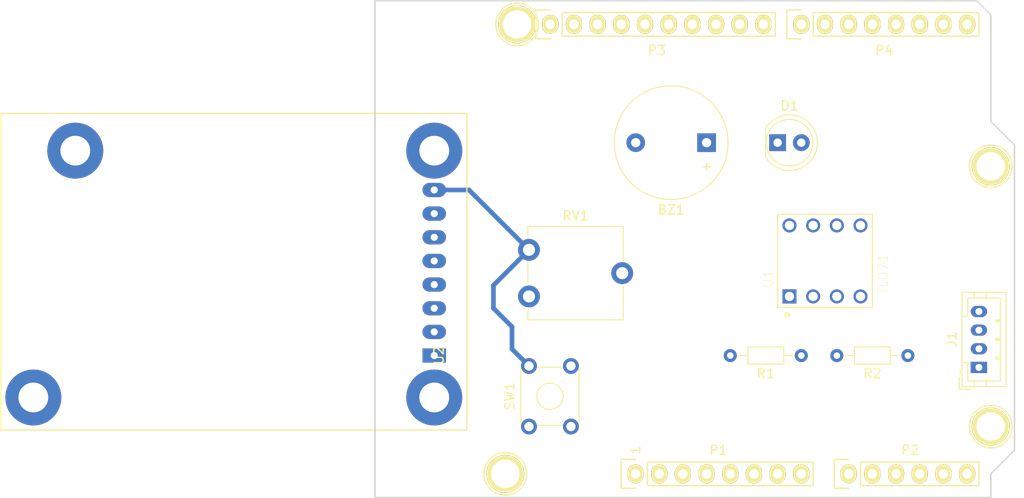
<source format=kicad_pcb>
(kicad_pcb (version 20171130) (host pcbnew "(5.0.0)")

  (general
    (thickness 1.6)
    (drawings 27)
    (tracks 7)
    (zones 0)
    (modules 17)
    (nets 49)
  )

  (page A4)
  (title_block
    (date "lun. 30 mars 2015")
  )

  (layers
    (0 F.Cu signal)
    (31 B.Cu signal)
    (32 B.Adhes user)
    (33 F.Adhes user)
    (34 B.Paste user)
    (35 F.Paste user)
    (36 B.SilkS user)
    (37 F.SilkS user)
    (38 B.Mask user)
    (39 F.Mask user)
    (40 Dwgs.User user)
    (41 Cmts.User user)
    (42 Eco1.User user)
    (43 Eco2.User user)
    (44 Edge.Cuts user)
    (45 Margin user)
    (46 B.CrtYd user)
    (47 F.CrtYd user)
    (48 B.Fab user)
    (49 F.Fab user)
  )

  (setup
    (last_trace_width 0.5)
    (trace_clearance 0.4)
    (zone_clearance 0.508)
    (zone_45_only no)
    (trace_min 0.2)
    (segment_width 0.15)
    (edge_width 0.15)
    (via_size 1.2)
    (via_drill 0.8)
    (via_min_size 0.4)
    (via_min_drill 0.3)
    (uvia_size 0.3)
    (uvia_drill 0.1)
    (uvias_allowed no)
    (uvia_min_size 0.2)
    (uvia_min_drill 0.1)
    (pcb_text_width 0.3)
    (pcb_text_size 1.5 1.5)
    (mod_edge_width 0.15)
    (mod_text_size 1 1)
    (mod_text_width 0.15)
    (pad_size 4.064 4.064)
    (pad_drill 3.048)
    (pad_to_mask_clearance 0)
    (solder_mask_min_width 0.25)
    (aux_axis_origin 110.998 126.365)
    (grid_origin 110.998 126.365)
    (visible_elements 7FFFFFFF)
    (pcbplotparams
      (layerselection 0x00030_80000001)
      (usegerberextensions false)
      (usegerberattributes false)
      (usegerberadvancedattributes false)
      (creategerberjobfile false)
      (excludeedgelayer true)
      (linewidth 0.100000)
      (plotframeref false)
      (viasonmask false)
      (mode 1)
      (useauxorigin false)
      (hpglpennumber 1)
      (hpglpenspeed 20)
      (hpglpendiameter 15.000000)
      (psnegative false)
      (psa4output false)
      (plotreference true)
      (plotvalue true)
      (plotinvisibletext false)
      (padsonsilk false)
      (subtractmaskfromsilk false)
      (outputformat 1)
      (mirror false)
      (drillshape 1)
      (scaleselection 1)
      (outputdirectory ""))
  )

  (net 0 "")
  (net 1 /IOREF)
  (net 2 /Reset)
  (net 3 +5V)
  (net 4 GND)
  (net 5 /Vin)
  (net 6 /A0)
  (net 7 /A1)
  (net 8 /A2)
  (net 9 /A3)
  (net 10 /AREF)
  (net 11 "/A4(SDA)")
  (net 12 "/A5(SCL)")
  (net 13 "/9(**)")
  (net 14 /8)
  (net 15 /7)
  (net 16 "/6(**)")
  (net 17 "/5(**)")
  (net 18 /4)
  (net 19 "/3(**)")
  (net 20 /2)
  (net 21 "/1(Tx)")
  (net 22 "/0(Rx)")
  (net 23 "Net-(P5-Pad1)")
  (net 24 "Net-(P6-Pad1)")
  (net 25 "Net-(P7-Pad1)")
  (net 26 "Net-(P8-Pad1)")
  (net 27 "/13(SCK)")
  (net 28 "/10(**/SS)")
  (net 29 "Net-(P1-Pad1)")
  (net 30 +3V3)
  (net 31 "/12(MISO)")
  (net 32 "/11(**/MOSI)")
  (net 33 /Tx)
  (net 34 /Rx)
  (net 35 /CTS)
  (net 36 /RTS)
  (net 37 /RST)
  (net 38 /3V3)
  (net 39 /NC)
  (net 40 "Net-(R1-Pad2)")
  (net 41 "Net-(RV1-Pad2)")
  (net 42 "Net-(U1-Pad1)")
  (net 43 "Net-(U1-Pad5)")
  (net 44 "Net-(U1-Pad8)")
  (net 45 "Net-(BZ1-Pad2)")
  (net 46 "Net-(SW1-Pad4)")
  (net 47 "Net-(SW1-Pad3)")
  (net 48 "Net-(U2-Pad7)")

  (net_class Default "This is the default net class."
    (clearance 0.4)
    (trace_width 0.5)
    (via_dia 1.2)
    (via_drill 0.8)
    (uvia_dia 0.3)
    (uvia_drill 0.1)
    (add_net +3V3)
    (add_net +5V)
    (add_net "/0(Rx)")
    (add_net "/1(Tx)")
    (add_net "/10(**/SS)")
    (add_net "/11(**/MOSI)")
    (add_net "/12(MISO)")
    (add_net "/13(SCK)")
    (add_net /2)
    (add_net "/3(**)")
    (add_net /3V3)
    (add_net /4)
    (add_net "/5(**)")
    (add_net "/6(**)")
    (add_net /7)
    (add_net /8)
    (add_net "/9(**)")
    (add_net /A0)
    (add_net /A1)
    (add_net /A2)
    (add_net /A3)
    (add_net "/A4(SDA)")
    (add_net "/A5(SCL)")
    (add_net /AREF)
    (add_net /CTS)
    (add_net /IOREF)
    (add_net /NC)
    (add_net /RST)
    (add_net /RTS)
    (add_net /Reset)
    (add_net /Rx)
    (add_net /Tx)
    (add_net /Vin)
    (add_net GND)
    (add_net "Net-(BZ1-Pad2)")
    (add_net "Net-(P1-Pad1)")
    (add_net "Net-(P5-Pad1)")
    (add_net "Net-(P6-Pad1)")
    (add_net "Net-(P7-Pad1)")
    (add_net "Net-(P8-Pad1)")
    (add_net "Net-(R1-Pad2)")
    (add_net "Net-(RV1-Pad2)")
    (add_net "Net-(SW1-Pad3)")
    (add_net "Net-(SW1-Pad4)")
    (add_net "Net-(U1-Pad1)")
    (add_net "Net-(U1-Pad5)")
    (add_net "Net-(U1-Pad8)")
    (add_net "Net-(U2-Pad7)")
  )

  (net_class INSA ""
    (clearance 0.4)
    (trace_width 0.5)
    (via_dia 1.2)
    (via_drill 0.8)
    (uvia_dia 0.3)
    (uvia_drill 0.1)
  )

  (module Potentiometer_THT:Potentiometer_ACP_CA9-V10_Vertical (layer F.Cu) (tedit 5A3D4994) (tstamp 5BDD4793)
    (at 127.508 104.775)
    (descr "Potentiometer, vertical, ACP CA9-V10, http://www.acptechnologies.com/wp-content/uploads/2017/05/02-ACP-CA9-CE9.pdf")
    (tags "Potentiometer vertical ACP CA9-V10")
    (path /5BC4BE51)
    (fp_text reference RV1 (at 5 -8.65) (layer F.SilkS)
      (effects (font (size 1 1) (thickness 0.15)))
    )
    (fp_text value 10k (at 5 3.65) (layer F.Fab)
      (effects (font (size 1 1) (thickness 0.15)))
    )
    (fp_circle (center 5 -2.5) (end 6.05 -2.5) (layer F.Fab) (width 0.1))
    (fp_line (start 0 -7.4) (end 0 2.4) (layer F.Fab) (width 0.1))
    (fp_line (start 0 2.4) (end 10 2.4) (layer F.Fab) (width 0.1))
    (fp_line (start 10 2.4) (end 10 -7.4) (layer F.Fab) (width 0.1))
    (fp_line (start 10 -7.4) (end 0 -7.4) (layer F.Fab) (width 0.1))
    (fp_line (start -0.12 -7.521) (end 10.12 -7.521) (layer F.SilkS) (width 0.12))
    (fp_line (start -0.12 2.52) (end 10.12 2.52) (layer F.SilkS) (width 0.12))
    (fp_line (start -0.12 -7.521) (end -0.12 -6.426) (layer F.SilkS) (width 0.12))
    (fp_line (start -0.12 -3.574) (end -0.12 -1.425) (layer F.SilkS) (width 0.12))
    (fp_line (start -0.12 1.425) (end -0.12 2.52) (layer F.SilkS) (width 0.12))
    (fp_line (start 10.12 -7.521) (end 10.12 -3.925) (layer F.SilkS) (width 0.12))
    (fp_line (start 10.12 -1.075) (end 10.12 2.52) (layer F.SilkS) (width 0.12))
    (fp_line (start -1.45 -7.65) (end -1.45 2.7) (layer F.CrtYd) (width 0.05))
    (fp_line (start -1.45 2.7) (end 11.45 2.7) (layer F.CrtYd) (width 0.05))
    (fp_line (start 11.45 2.7) (end 11.45 -7.65) (layer F.CrtYd) (width 0.05))
    (fp_line (start 11.45 -7.65) (end -1.45 -7.65) (layer F.CrtYd) (width 0.05))
    (fp_text user %R (at 1 -2.5 -270) (layer F.Fab)
      (effects (font (size 1 1) (thickness 0.15)))
    )
    (pad 3 thru_hole circle (at 0 -5) (size 2.34 2.34) (drill 1.3) (layers *.Cu *.Mask)
      (net 4 GND))
    (pad 2 thru_hole circle (at 10 -2.5) (size 2.34 2.34) (drill 1.3) (layers *.Cu *.Mask)
      (net 41 "Net-(RV1-Pad2)"))
    (pad 1 thru_hole circle (at 0 0) (size 2.34 2.34) (drill 1.3) (layers *.Cu *.Mask)
      (net 3 +5V))
    (model ${KISYS3DMOD}/Potentiometer_THT.3dshapes/Potentiometer_ACP_CA9-V10_Vertical.wrl
      (at (xyz 0 0 0))
      (scale (xyz 1 1 1))
      (rotate (xyz 0 0 0))
    )
  )

  (module Socket_Arduino_Uno:Socket_Strip_Arduino_1x08 locked (layer F.Cu) (tedit 552168D2) (tstamp 551AF9EA)
    (at 138.938 123.825)
    (descr "Through hole socket strip")
    (tags "socket strip")
    (path /56D70129)
    (fp_text reference P1 (at 8.89 -2.54) (layer F.SilkS)
      (effects (font (size 1 1) (thickness 0.15)))
    )
    (fp_text value Power (at 8.89 -4.064) (layer F.Fab)
      (effects (font (size 1 1) (thickness 0.15)))
    )
    (fp_line (start -1.75 -1.75) (end -1.75 1.75) (layer F.CrtYd) (width 0.05))
    (fp_line (start 19.55 -1.75) (end 19.55 1.75) (layer F.CrtYd) (width 0.05))
    (fp_line (start -1.75 -1.75) (end 19.55 -1.75) (layer F.CrtYd) (width 0.05))
    (fp_line (start -1.75 1.75) (end 19.55 1.75) (layer F.CrtYd) (width 0.05))
    (fp_line (start 1.27 1.27) (end 19.05 1.27) (layer F.SilkS) (width 0.15))
    (fp_line (start 19.05 1.27) (end 19.05 -1.27) (layer F.SilkS) (width 0.15))
    (fp_line (start 19.05 -1.27) (end 1.27 -1.27) (layer F.SilkS) (width 0.15))
    (fp_line (start -1.55 1.55) (end 0 1.55) (layer F.SilkS) (width 0.15))
    (fp_line (start 1.27 1.27) (end 1.27 -1.27) (layer F.SilkS) (width 0.15))
    (fp_line (start 0 -1.55) (end -1.55 -1.55) (layer F.SilkS) (width 0.15))
    (fp_line (start -1.55 -1.55) (end -1.55 1.55) (layer F.SilkS) (width 0.15))
    (pad 1 thru_hole oval (at 0 0) (size 1.7272 2.032) (drill 1.016) (layers *.Cu *.Mask F.SilkS)
      (net 29 "Net-(P1-Pad1)"))
    (pad 2 thru_hole oval (at 2.54 0) (size 1.7272 2.032) (drill 1.016) (layers *.Cu *.Mask F.SilkS)
      (net 1 /IOREF))
    (pad 3 thru_hole oval (at 5.08 0) (size 1.7272 2.032) (drill 1.016) (layers *.Cu *.Mask F.SilkS)
      (net 2 /Reset))
    (pad 4 thru_hole oval (at 7.62 0) (size 1.7272 2.032) (drill 1.016) (layers *.Cu *.Mask F.SilkS)
      (net 30 +3V3))
    (pad 5 thru_hole oval (at 10.16 0) (size 1.7272 2.032) (drill 1.016) (layers *.Cu *.Mask F.SilkS)
      (net 3 +5V))
    (pad 6 thru_hole oval (at 12.7 0) (size 1.7272 2.032) (drill 1.016) (layers *.Cu *.Mask F.SilkS)
      (net 4 GND))
    (pad 7 thru_hole oval (at 15.24 0) (size 1.7272 2.032) (drill 1.016) (layers *.Cu *.Mask F.SilkS)
      (net 4 GND))
    (pad 8 thru_hole oval (at 17.78 0) (size 1.7272 2.032) (drill 1.016) (layers *.Cu *.Mask F.SilkS)
      (net 5 /Vin))
    (model ${KIPRJMOD}/Socket_Arduino_Uno.3dshapes/Socket_header_Arduino_1x08.wrl
      (offset (xyz 8.889999866485596 0 0))
      (scale (xyz 1 1 1))
      (rotate (xyz 0 0 180))
    )
  )

  (module Socket_Arduino_Uno:Socket_Strip_Arduino_1x06 locked (layer F.Cu) (tedit 552168D6) (tstamp 551AF9FF)
    (at 161.798 123.825)
    (descr "Through hole socket strip")
    (tags "socket strip")
    (path /56D70DD8)
    (fp_text reference P2 (at 6.604 -2.54) (layer F.SilkS)
      (effects (font (size 1 1) (thickness 0.15)))
    )
    (fp_text value Analog (at 6.604 -4.064) (layer F.Fab)
      (effects (font (size 1 1) (thickness 0.15)))
    )
    (fp_line (start -1.75 -1.75) (end -1.75 1.75) (layer F.CrtYd) (width 0.05))
    (fp_line (start 14.45 -1.75) (end 14.45 1.75) (layer F.CrtYd) (width 0.05))
    (fp_line (start -1.75 -1.75) (end 14.45 -1.75) (layer F.CrtYd) (width 0.05))
    (fp_line (start -1.75 1.75) (end 14.45 1.75) (layer F.CrtYd) (width 0.05))
    (fp_line (start 1.27 1.27) (end 13.97 1.27) (layer F.SilkS) (width 0.15))
    (fp_line (start 13.97 1.27) (end 13.97 -1.27) (layer F.SilkS) (width 0.15))
    (fp_line (start 13.97 -1.27) (end 1.27 -1.27) (layer F.SilkS) (width 0.15))
    (fp_line (start -1.55 1.55) (end 0 1.55) (layer F.SilkS) (width 0.15))
    (fp_line (start 1.27 1.27) (end 1.27 -1.27) (layer F.SilkS) (width 0.15))
    (fp_line (start 0 -1.55) (end -1.55 -1.55) (layer F.SilkS) (width 0.15))
    (fp_line (start -1.55 -1.55) (end -1.55 1.55) (layer F.SilkS) (width 0.15))
    (pad 1 thru_hole oval (at 0 0) (size 1.7272 2.032) (drill 1.016) (layers *.Cu *.Mask F.SilkS)
      (net 6 /A0))
    (pad 2 thru_hole oval (at 2.54 0) (size 1.7272 2.032) (drill 1.016) (layers *.Cu *.Mask F.SilkS)
      (net 7 /A1))
    (pad 3 thru_hole oval (at 5.08 0) (size 1.7272 2.032) (drill 1.016) (layers *.Cu *.Mask F.SilkS)
      (net 8 /A2))
    (pad 4 thru_hole oval (at 7.62 0) (size 1.7272 2.032) (drill 1.016) (layers *.Cu *.Mask F.SilkS)
      (net 9 /A3))
    (pad 5 thru_hole oval (at 10.16 0) (size 1.7272 2.032) (drill 1.016) (layers *.Cu *.Mask F.SilkS)
      (net 11 "/A4(SDA)"))
    (pad 6 thru_hole oval (at 12.7 0) (size 1.7272 2.032) (drill 1.016) (layers *.Cu *.Mask F.SilkS)
      (net 12 "/A5(SCL)"))
    (model ${KIPRJMOD}/Socket_Arduino_Uno.3dshapes/Socket_header_Arduino_1x06.wrl
      (offset (xyz 6.349999904632568 0 0))
      (scale (xyz 1 1 1))
      (rotate (xyz 0 0 180))
    )
  )

  (module Socket_Arduino_Uno:Socket_Strip_Arduino_1x10 locked (layer F.Cu) (tedit 552168BF) (tstamp 551AFA18)
    (at 129.794 75.565)
    (descr "Through hole socket strip")
    (tags "socket strip")
    (path /56D721E0)
    (fp_text reference P3 (at 11.43 2.794) (layer F.SilkS)
      (effects (font (size 1 1) (thickness 0.15)))
    )
    (fp_text value Digital (at 11.43 4.318) (layer F.Fab)
      (effects (font (size 1 1) (thickness 0.15)))
    )
    (fp_line (start -1.75 -1.75) (end -1.75 1.75) (layer F.CrtYd) (width 0.05))
    (fp_line (start 24.65 -1.75) (end 24.65 1.75) (layer F.CrtYd) (width 0.05))
    (fp_line (start -1.75 -1.75) (end 24.65 -1.75) (layer F.CrtYd) (width 0.05))
    (fp_line (start -1.75 1.75) (end 24.65 1.75) (layer F.CrtYd) (width 0.05))
    (fp_line (start 1.27 1.27) (end 24.13 1.27) (layer F.SilkS) (width 0.15))
    (fp_line (start 24.13 1.27) (end 24.13 -1.27) (layer F.SilkS) (width 0.15))
    (fp_line (start 24.13 -1.27) (end 1.27 -1.27) (layer F.SilkS) (width 0.15))
    (fp_line (start -1.55 1.55) (end 0 1.55) (layer F.SilkS) (width 0.15))
    (fp_line (start 1.27 1.27) (end 1.27 -1.27) (layer F.SilkS) (width 0.15))
    (fp_line (start 0 -1.55) (end -1.55 -1.55) (layer F.SilkS) (width 0.15))
    (fp_line (start -1.55 -1.55) (end -1.55 1.55) (layer F.SilkS) (width 0.15))
    (pad 1 thru_hole oval (at 0 0) (size 1.7272 2.032) (drill 1.016) (layers *.Cu *.Mask F.SilkS)
      (net 12 "/A5(SCL)"))
    (pad 2 thru_hole oval (at 2.54 0) (size 1.7272 2.032) (drill 1.016) (layers *.Cu *.Mask F.SilkS)
      (net 11 "/A4(SDA)"))
    (pad 3 thru_hole oval (at 5.08 0) (size 1.7272 2.032) (drill 1.016) (layers *.Cu *.Mask F.SilkS)
      (net 10 /AREF))
    (pad 4 thru_hole oval (at 7.62 0) (size 1.7272 2.032) (drill 1.016) (layers *.Cu *.Mask F.SilkS)
      (net 4 GND))
    (pad 5 thru_hole oval (at 10.16 0) (size 1.7272 2.032) (drill 1.016) (layers *.Cu *.Mask F.SilkS)
      (net 27 "/13(SCK)"))
    (pad 6 thru_hole oval (at 12.7 0) (size 1.7272 2.032) (drill 1.016) (layers *.Cu *.Mask F.SilkS)
      (net 31 "/12(MISO)"))
    (pad 7 thru_hole oval (at 15.24 0) (size 1.7272 2.032) (drill 1.016) (layers *.Cu *.Mask F.SilkS)
      (net 32 "/11(**/MOSI)"))
    (pad 8 thru_hole oval (at 17.78 0) (size 1.7272 2.032) (drill 1.016) (layers *.Cu *.Mask F.SilkS)
      (net 28 "/10(**/SS)"))
    (pad 9 thru_hole oval (at 20.32 0) (size 1.7272 2.032) (drill 1.016) (layers *.Cu *.Mask F.SilkS)
      (net 13 "/9(**)"))
    (pad 10 thru_hole oval (at 22.86 0) (size 1.7272 2.032) (drill 1.016) (layers *.Cu *.Mask F.SilkS)
      (net 14 /8))
    (model ${KIPRJMOD}/Socket_Arduino_Uno.3dshapes/Socket_header_Arduino_1x10.wrl
      (offset (xyz 11.42999982833862 0 0))
      (scale (xyz 1 1 1))
      (rotate (xyz 0 0 180))
    )
  )

  (module Socket_Arduino_Uno:Socket_Strip_Arduino_1x08 locked (layer F.Cu) (tedit 552168C7) (tstamp 551AFA2F)
    (at 156.718 75.565)
    (descr "Through hole socket strip")
    (tags "socket strip")
    (path /56D7164F)
    (fp_text reference P4 (at 8.89 2.794) (layer F.SilkS)
      (effects (font (size 1 1) (thickness 0.15)))
    )
    (fp_text value Digital (at 8.89 4.318) (layer F.Fab)
      (effects (font (size 1 1) (thickness 0.15)))
    )
    (fp_line (start -1.75 -1.75) (end -1.75 1.75) (layer F.CrtYd) (width 0.05))
    (fp_line (start 19.55 -1.75) (end 19.55 1.75) (layer F.CrtYd) (width 0.05))
    (fp_line (start -1.75 -1.75) (end 19.55 -1.75) (layer F.CrtYd) (width 0.05))
    (fp_line (start -1.75 1.75) (end 19.55 1.75) (layer F.CrtYd) (width 0.05))
    (fp_line (start 1.27 1.27) (end 19.05 1.27) (layer F.SilkS) (width 0.15))
    (fp_line (start 19.05 1.27) (end 19.05 -1.27) (layer F.SilkS) (width 0.15))
    (fp_line (start 19.05 -1.27) (end 1.27 -1.27) (layer F.SilkS) (width 0.15))
    (fp_line (start -1.55 1.55) (end 0 1.55) (layer F.SilkS) (width 0.15))
    (fp_line (start 1.27 1.27) (end 1.27 -1.27) (layer F.SilkS) (width 0.15))
    (fp_line (start 0 -1.55) (end -1.55 -1.55) (layer F.SilkS) (width 0.15))
    (fp_line (start -1.55 -1.55) (end -1.55 1.55) (layer F.SilkS) (width 0.15))
    (pad 1 thru_hole oval (at 0 0) (size 1.7272 2.032) (drill 1.016) (layers *.Cu *.Mask F.SilkS)
      (net 15 /7))
    (pad 2 thru_hole oval (at 2.54 0) (size 1.7272 2.032) (drill 1.016) (layers *.Cu *.Mask F.SilkS)
      (net 16 "/6(**)"))
    (pad 3 thru_hole oval (at 5.08 0) (size 1.7272 2.032) (drill 1.016) (layers *.Cu *.Mask F.SilkS)
      (net 17 "/5(**)"))
    (pad 4 thru_hole oval (at 7.62 0) (size 1.7272 2.032) (drill 1.016) (layers *.Cu *.Mask F.SilkS)
      (net 18 /4))
    (pad 5 thru_hole oval (at 10.16 0) (size 1.7272 2.032) (drill 1.016) (layers *.Cu *.Mask F.SilkS)
      (net 19 "/3(**)"))
    (pad 6 thru_hole oval (at 12.7 0) (size 1.7272 2.032) (drill 1.016) (layers *.Cu *.Mask F.SilkS)
      (net 20 /2))
    (pad 7 thru_hole oval (at 15.24 0) (size 1.7272 2.032) (drill 1.016) (layers *.Cu *.Mask F.SilkS)
      (net 21 "/1(Tx)"))
    (pad 8 thru_hole oval (at 17.78 0) (size 1.7272 2.032) (drill 1.016) (layers *.Cu *.Mask F.SilkS)
      (net 22 "/0(Rx)"))
    (model ${KIPRJMOD}/Socket_Arduino_Uno.3dshapes/Socket_header_Arduino_1x08.wrl
      (offset (xyz 8.889999866485596 0 0))
      (scale (xyz 1 1 1))
      (rotate (xyz 0 0 180))
    )
  )

  (module Socket_Arduino_Uno:Arduino_1pin locked (layer F.Cu) (tedit 5524FC39) (tstamp 5524FC3F)
    (at 124.968 123.825)
    (descr "module 1 pin (ou trou mecanique de percage)")
    (tags DEV)
    (path /56D71177)
    (fp_text reference P5 (at 0 -3.048) (layer F.SilkS) hide
      (effects (font (size 1 1) (thickness 0.15)))
    )
    (fp_text value CONN_01X01 (at 0 2.794) (layer F.Fab) hide
      (effects (font (size 1 1) (thickness 0.15)))
    )
    (fp_circle (center 0 0) (end 0 -2.286) (layer F.SilkS) (width 0.15))
    (pad 1 thru_hole circle (at 0 0) (size 4.064 4.064) (drill 3.048) (layers *.Cu *.Mask F.SilkS)
      (net 23 "Net-(P5-Pad1)"))
  )

  (module Socket_Arduino_Uno:Arduino_1pin locked (layer F.Cu) (tedit 5524FC4A) (tstamp 5524FC44)
    (at 177.038 118.745)
    (descr "module 1 pin (ou trou mecanique de percage)")
    (tags DEV)
    (path /56D71274)
    (fp_text reference P6 (at 0 -3.048) (layer F.SilkS) hide
      (effects (font (size 1 1) (thickness 0.15)))
    )
    (fp_text value CONN_01X01 (at 0 2.794) (layer F.Fab) hide
      (effects (font (size 1 1) (thickness 0.15)))
    )
    (fp_circle (center 0 0) (end 0 -2.286) (layer F.SilkS) (width 0.15))
    (pad 1 thru_hole circle (at 0 0) (size 4.064 4.064) (drill 3.048) (layers *.Cu *.Mask F.SilkS)
      (net 24 "Net-(P6-Pad1)"))
  )

  (module Socket_Arduino_Uno:Arduino_1pin locked (layer F.Cu) (tedit 5524FC2F) (tstamp 5524FC49)
    (at 126.238 75.565)
    (descr "module 1 pin (ou trou mecanique de percage)")
    (tags DEV)
    (path /56D712A8)
    (fp_text reference P7 (at 0 -3.048) (layer F.SilkS) hide
      (effects (font (size 1 1) (thickness 0.15)))
    )
    (fp_text value CONN_01X01 (at 0 2.794) (layer F.Fab) hide
      (effects (font (size 1 1) (thickness 0.15)))
    )
    (fp_circle (center 0 0) (end 0 -2.286) (layer F.SilkS) (width 0.15))
    (pad 1 thru_hole circle (at 0 0) (size 4.064 4.064) (drill 3.048) (layers *.Cu *.Mask F.SilkS)
      (net 25 "Net-(P7-Pad1)"))
  )

  (module Socket_Arduino_Uno:Arduino_1pin locked (layer F.Cu) (tedit 5524FC41) (tstamp 5524FC4E)
    (at 177.038 90.805)
    (descr "module 1 pin (ou trou mecanique de percage)")
    (tags DEV)
    (path /56D712DB)
    (fp_text reference P8 (at 0 -3.048) (layer F.SilkS) hide
      (effects (font (size 1 1) (thickness 0.15)))
    )
    (fp_text value CONN_01X01 (at 0 2.794) (layer F.Fab) hide
      (effects (font (size 1 1) (thickness 0.15)))
    )
    (fp_circle (center 0 0) (end 0 -2.286) (layer F.SilkS) (width 0.15))
    (pad 1 thru_hole circle (at 0 0) (size 4.064 4.064) (drill 3.048) (layers *.Cu *.Mask F.SilkS)
      (net 26 "Net-(P8-Pad1)"))
  )

  (module Resistor_THT:R_Axial_DIN0204_L3.6mm_D1.6mm_P7.62mm_Horizontal (layer F.Cu) (tedit 5AE5139B) (tstamp 5BDD4764)
    (at 156.718 111.125 180)
    (descr "Resistor, Axial_DIN0204 series, Axial, Horizontal, pin pitch=7.62mm, 0.167W, length*diameter=3.6*1.6mm^2, http://cdn-reichelt.de/documents/datenblatt/B400/1_4W%23YAG.pdf")
    (tags "Resistor Axial_DIN0204 series Axial Horizontal pin pitch 7.62mm 0.167W length 3.6mm diameter 1.6mm")
    (path /5BC4B9DB)
    (fp_text reference R1 (at 3.81 -1.92 180) (layer F.SilkS)
      (effects (font (size 1 1) (thickness 0.15)))
    )
    (fp_text value 4.7k (at 3.81 1.92 180) (layer F.Fab)
      (effects (font (size 1 1) (thickness 0.15)))
    )
    (fp_line (start 2.01 -0.8) (end 2.01 0.8) (layer F.Fab) (width 0.1))
    (fp_line (start 2.01 0.8) (end 5.61 0.8) (layer F.Fab) (width 0.1))
    (fp_line (start 5.61 0.8) (end 5.61 -0.8) (layer F.Fab) (width 0.1))
    (fp_line (start 5.61 -0.8) (end 2.01 -0.8) (layer F.Fab) (width 0.1))
    (fp_line (start 0 0) (end 2.01 0) (layer F.Fab) (width 0.1))
    (fp_line (start 7.62 0) (end 5.61 0) (layer F.Fab) (width 0.1))
    (fp_line (start 1.89 -0.92) (end 1.89 0.92) (layer F.SilkS) (width 0.12))
    (fp_line (start 1.89 0.92) (end 5.73 0.92) (layer F.SilkS) (width 0.12))
    (fp_line (start 5.73 0.92) (end 5.73 -0.92) (layer F.SilkS) (width 0.12))
    (fp_line (start 5.73 -0.92) (end 1.89 -0.92) (layer F.SilkS) (width 0.12))
    (fp_line (start 0.94 0) (end 1.89 0) (layer F.SilkS) (width 0.12))
    (fp_line (start 6.68 0) (end 5.73 0) (layer F.SilkS) (width 0.12))
    (fp_line (start -0.95 -1.05) (end -0.95 1.05) (layer F.CrtYd) (width 0.05))
    (fp_line (start -0.95 1.05) (end 8.57 1.05) (layer F.CrtYd) (width 0.05))
    (fp_line (start 8.57 1.05) (end 8.57 -1.05) (layer F.CrtYd) (width 0.05))
    (fp_line (start 8.57 -1.05) (end -0.95 -1.05) (layer F.CrtYd) (width 0.05))
    (fp_text user %R (at 3.81 0 180) (layer F.Fab)
      (effects (font (size 0.72 0.72) (thickness 0.108)))
    )
    (pad 1 thru_hole circle (at 0 0 180) (size 1.4 1.4) (drill 0.7) (layers *.Cu *.Mask)
      (net 6 /A0))
    (pad 2 thru_hole oval (at 7.62 0 180) (size 1.4 1.4) (drill 0.7) (layers *.Cu *.Mask)
      (net 40 "Net-(R1-Pad2)"))
    (model ${KISYS3DMOD}/Resistor_THT.3dshapes/R_Axial_DIN0204_L3.6mm_D1.6mm_P7.62mm_Horizontal.wrl
      (at (xyz 0 0 0))
      (scale (xyz 1 1 1))
      (rotate (xyz 0 0 0))
    )
  )

  (module Resistor_THT:R_Axial_DIN0204_L3.6mm_D1.6mm_P7.62mm_Horizontal (layer F.Cu) (tedit 5AE5139B) (tstamp 5BDD477B)
    (at 168.148 111.125 180)
    (descr "Resistor, Axial_DIN0204 series, Axial, Horizontal, pin pitch=7.62mm, 0.167W, length*diameter=3.6*1.6mm^2, http://cdn-reichelt.de/documents/datenblatt/B400/1_4W%23YAG.pdf")
    (tags "Resistor Axial_DIN0204 series Axial Horizontal pin pitch 7.62mm 0.167W length 3.6mm diameter 1.6mm")
    (path /5BC4BB18)
    (fp_text reference R2 (at 3.81 -1.92 180) (layer F.SilkS)
      (effects (font (size 1 1) (thickness 0.15)))
    )
    (fp_text value 100k (at 3.81 1.92 180) (layer F.Fab)
      (effects (font (size 1 1) (thickness 0.15)))
    )
    (fp_text user %R (at 3.81 0 180) (layer F.Fab)
      (effects (font (size 0.72 0.72) (thickness 0.108)))
    )
    (fp_line (start 8.57 -1.05) (end -0.95 -1.05) (layer F.CrtYd) (width 0.05))
    (fp_line (start 8.57 1.05) (end 8.57 -1.05) (layer F.CrtYd) (width 0.05))
    (fp_line (start -0.95 1.05) (end 8.57 1.05) (layer F.CrtYd) (width 0.05))
    (fp_line (start -0.95 -1.05) (end -0.95 1.05) (layer F.CrtYd) (width 0.05))
    (fp_line (start 6.68 0) (end 5.73 0) (layer F.SilkS) (width 0.12))
    (fp_line (start 0.94 0) (end 1.89 0) (layer F.SilkS) (width 0.12))
    (fp_line (start 5.73 -0.92) (end 1.89 -0.92) (layer F.SilkS) (width 0.12))
    (fp_line (start 5.73 0.92) (end 5.73 -0.92) (layer F.SilkS) (width 0.12))
    (fp_line (start 1.89 0.92) (end 5.73 0.92) (layer F.SilkS) (width 0.12))
    (fp_line (start 1.89 -0.92) (end 1.89 0.92) (layer F.SilkS) (width 0.12))
    (fp_line (start 7.62 0) (end 5.61 0) (layer F.Fab) (width 0.1))
    (fp_line (start 0 0) (end 2.01 0) (layer F.Fab) (width 0.1))
    (fp_line (start 5.61 -0.8) (end 2.01 -0.8) (layer F.Fab) (width 0.1))
    (fp_line (start 5.61 0.8) (end 5.61 -0.8) (layer F.Fab) (width 0.1))
    (fp_line (start 2.01 0.8) (end 5.61 0.8) (layer F.Fab) (width 0.1))
    (fp_line (start 2.01 -0.8) (end 2.01 0.8) (layer F.Fab) (width 0.1))
    (pad 2 thru_hole oval (at 7.62 0 180) (size 1.4 1.4) (drill 0.7) (layers *.Cu *.Mask)
      (net 40 "Net-(R1-Pad2)"))
    (pad 1 thru_hole circle (at 0 0 180) (size 1.4 1.4) (drill 0.7) (layers *.Cu *.Mask)
      (net 20 /2))
    (model ${KISYS3DMOD}/Resistor_THT.3dshapes/R_Axial_DIN0204_L3.6mm_D1.6mm_P7.62mm_Horizontal.wrl
      (at (xyz 0 0 0))
      (scale (xyz 1 1 1))
      (rotate (xyz 0 0 0))
    )
  )

  (module Connector_DIP_Female:TE_1-2199298-2 (layer F.Cu) (tedit 0) (tstamp 5BDD47AD)
    (at 159.258 100.965 90)
    (path /5BC4BBF9)
    (fp_text reference U1 (at -1.91073 -6.08734 90) (layer F.SilkS)
      (effects (font (size 1.00039 1.00039) (thickness 0.05)))
    )
    (fp_text value TL071 (at -1.42698 6.22358 90) (layer F.SilkS)
      (effects (font (size 1.00138 1.00138) (thickness 0.05)))
    )
    (fp_line (start -5 -5.08) (end 5 -5.08) (layer F.SilkS) (width 0.127))
    (fp_line (start 5 -5.08) (end 5 5.08) (layer F.SilkS) (width 0.127))
    (fp_line (start 5 5.08) (end -5 5.08) (layer F.SilkS) (width 0.127))
    (fp_line (start -5 5.08) (end -5 -5.08) (layer F.SilkS) (width 0.127))
    (fp_line (start -5.25 -5.33) (end 5.25 -5.33) (layer Eco1.User) (width 0.05))
    (fp_line (start 5.25 -5.33) (end 5.25 5.33) (layer Eco1.User) (width 0.05))
    (fp_line (start 5.25 5.33) (end -5.25 5.33) (layer Eco1.User) (width 0.05))
    (fp_line (start -5.25 5.33) (end -5.25 -5.33) (layer Eco1.User) (width 0.05))
    (fp_circle (center -5.8 -4.05) (end -5.6 -4.05) (layer F.SilkS) (width 0.2032))
    (fp_line (start -5 -5.08) (end 5 -5.08) (layer Dwgs.User) (width 0.127))
    (fp_line (start 5 -5.08) (end 5 5.08) (layer Dwgs.User) (width 0.127))
    (fp_line (start 5 5.08) (end -5 5.08) (layer Dwgs.User) (width 0.127))
    (fp_line (start -5 5.08) (end -5 -5.08) (layer Dwgs.User) (width 0.127))
    (fp_circle (center -5.8 -4.05) (end -5.6 -4.05) (layer Dwgs.User) (width 0.2032))
    (pad 1 thru_hole rect (at -3.81 -3.81 90) (size 1.508 1.508) (drill 1) (layers *.Cu *.Mask)
      (net 42 "Net-(U1-Pad1)"))
    (pad 2 thru_hole circle (at -3.81 -1.27 90) (size 1.508 1.508) (drill 1) (layers *.Cu *.Mask)
      (net 41 "Net-(RV1-Pad2)"))
    (pad 3 thru_hole circle (at -3.81 1.27 90) (size 1.508 1.508) (drill 1) (layers *.Cu *.Mask)
      (net 40 "Net-(R1-Pad2)"))
    (pad 4 thru_hole circle (at -3.81 3.81 90) (size 1.508 1.508) (drill 1) (layers *.Cu *.Mask)
      (net 4 GND))
    (pad 5 thru_hole circle (at 3.81 3.81 90) (size 1.508 1.508) (drill 1) (layers *.Cu *.Mask)
      (net 43 "Net-(U1-Pad5)"))
    (pad 6 thru_hole circle (at 3.81 1.27 90) (size 1.508 1.508) (drill 1) (layers *.Cu *.Mask)
      (net 20 /2))
    (pad 7 thru_hole circle (at 3.81 -1.27 90) (size 1.508 1.508) (drill 1) (layers *.Cu *.Mask)
      (net 3 +5V))
    (pad 8 thru_hole circle (at 3.81 -3.81 90) (size 1.508 1.508) (drill 1) (layers *.Cu *.Mask)
      (net 44 "Net-(U1-Pad8)"))
  )

  (module Buzzer_Beeper:Buzzer_12x9.5RM7.6 (layer F.Cu) (tedit 5A030281) (tstamp 5BE5EC28)
    (at 146.558 88.265 180)
    (descr "Generic Buzzer, D12mm height 9.5mm with RM7.6mm")
    (tags buzzer)
    (path /5BCE0094)
    (fp_text reference BZ1 (at 3.8 -7.2 180) (layer F.SilkS)
      (effects (font (size 1 1) (thickness 0.15)))
    )
    (fp_text value Buzzer (at 3.8 7.4 180) (layer F.Fab)
      (effects (font (size 1 1) (thickness 0.15)))
    )
    (fp_text user + (at -0.01 -2.54 180) (layer F.Fab)
      (effects (font (size 1 1) (thickness 0.15)))
    )
    (fp_text user + (at -0.01 -2.54 180) (layer F.SilkS)
      (effects (font (size 1 1) (thickness 0.15)))
    )
    (fp_text user %R (at 3.8 -4 180) (layer F.Fab)
      (effects (font (size 1 1) (thickness 0.15)))
    )
    (fp_circle (center 3.8 0) (end 10.05 0) (layer F.CrtYd) (width 0.05))
    (fp_circle (center 3.8 0) (end 9.8 0) (layer F.Fab) (width 0.1))
    (fp_circle (center 3.8 0) (end 4.8 0) (layer F.Fab) (width 0.1))
    (fp_circle (center 3.8 0) (end 9.9 0) (layer F.SilkS) (width 0.12))
    (pad 1 thru_hole rect (at 0 0 180) (size 2 2) (drill 1) (layers *.Cu *.Mask)
      (net 13 "/9(**)"))
    (pad 2 thru_hole circle (at 7.6 0 180) (size 2 2) (drill 1) (layers *.Cu *.Mask)
      (net 45 "Net-(BZ1-Pad2)"))
    (model ${KISYS3DMOD}/Buzzer_Beeper.3dshapes/Buzzer_12x9.5RM7.6.wrl
      (at (xyz 0 0 0))
      (scale (xyz 1 1 1))
      (rotate (xyz 0 0 0))
    )
  )

  (module LED_THT:LED_D5.0mm_IRGrey (layer F.Cu) (tedit 5A6C9BB8) (tstamp 5BE5EC3A)
    (at 154.178 88.265)
    (descr "LED, diameter 5.0mm, 2 pins, http://cdn-reichelt.de/documents/datenblatt/A500/LL-504BC2E-009.pdf")
    (tags "LED diameter 5.0mm 2 pins")
    (path /5BCE0248)
    (fp_text reference D1 (at 1.27 -3.96) (layer F.SilkS)
      (effects (font (size 1 1) (thickness 0.15)))
    )
    (fp_text value LED (at 1.27 3.96) (layer F.Fab)
      (effects (font (size 1 1) (thickness 0.15)))
    )
    (fp_text user %R (at 1.25 0) (layer F.Fab)
      (effects (font (size 0.8 0.8) (thickness 0.2)))
    )
    (fp_line (start -1.23 -1.469694) (end -1.23 1.469694) (layer F.Fab) (width 0.1))
    (fp_line (start -1.29 -1.545) (end -1.29 1.545) (layer F.SilkS) (width 0.12))
    (fp_line (start -1.95 -3.25) (end -1.95 3.25) (layer F.CrtYd) (width 0.05))
    (fp_line (start -1.95 3.25) (end 4.5 3.25) (layer F.CrtYd) (width 0.05))
    (fp_line (start 4.5 3.25) (end 4.5 -3.25) (layer F.CrtYd) (width 0.05))
    (fp_line (start 4.5 -3.25) (end -1.95 -3.25) (layer F.CrtYd) (width 0.05))
    (fp_circle (center 1.27 0) (end 3.77 0) (layer F.Fab) (width 0.1))
    (fp_circle (center 1.27 0) (end 3.77 0) (layer F.SilkS) (width 0.12))
    (fp_arc (start 1.27 0) (end -1.23 -1.469694) (angle 299.1) (layer F.Fab) (width 0.1))
    (fp_arc (start 1.27 0) (end -1.29 -1.54483) (angle 148.9) (layer F.SilkS) (width 0.12))
    (fp_arc (start 1.27 0) (end -1.29 1.54483) (angle -148.9) (layer F.SilkS) (width 0.12))
    (pad 1 thru_hole rect (at 0 0) (size 1.8 1.8) (drill 0.9) (layers *.Cu *.Mask)
      (net 4 GND))
    (pad 2 thru_hole circle (at 2.54 0) (size 1.8 1.8) (drill 0.9) (layers *.Cu *.Mask)
      (net 45 "Net-(BZ1-Pad2)"))
    (model ${KISYS3DMOD}/LED_THT.3dshapes/LED_D5.0mm_IRGrey.wrl
      (at (xyz 0 0 0))
      (scale (xyz 1 1 1))
      (rotate (xyz 0 0 0))
    )
  )

  (module Module_RN2483_Breakout:Module_RN2483_Breakout (layer F.Cu) (tedit 5BD9B77D) (tstamp 5BF1FD26)
    (at 117.348 111.125 90)
    (path /5BD9E979)
    (fp_text reference U2 (at 0 0.5 90) (layer F.SilkS)
      (effects (font (size 1 1) (thickness 0.15)))
    )
    (fp_text value RN2483_Breakout (at 0 -0.5 90) (layer F.Fab)
      (effects (font (size 1 1) (thickness 0.15)))
    )
    (fp_line (start -8 3.5) (end 26 3.5) (layer F.SilkS) (width 0.15))
    (fp_line (start 26 3.5) (end 26 -46.5) (layer F.SilkS) (width 0.15))
    (fp_line (start 26 -46.5) (end -8 -46.5) (layer F.SilkS) (width 0.15))
    (fp_line (start -8 -46.5) (end -8 3.5) (layer F.SilkS) (width 0.15))
    (pad 1 thru_hole rect (at 0 0 90) (size 1.524 2.524) (drill 0.762) (layers *.Cu *.Mask)
      (net 33 /Tx))
    (pad 2 thru_hole oval (at 2.54 0 90) (size 1.524 2.524) (drill 0.762) (layers *.Cu *.Mask)
      (net 34 /Rx))
    (pad 3 thru_hole oval (at 5.08 0 90) (size 1.524 2.524) (drill 0.762) (layers *.Cu *.Mask)
      (net 35 /CTS))
    (pad 4 thru_hole oval (at 7.62 0 90) (size 1.524 2.524) (drill 0.762) (layers *.Cu *.Mask)
      (net 36 /RTS))
    (pad 5 thru_hole oval (at 10.16 0 90) (size 1.524 2.524) (drill 0.762) (layers *.Cu *.Mask)
      (net 37 /RST))
    (pad 6 thru_hole oval (at 12.7 0 90) (size 1.524 2.524) (drill 0.762) (layers *.Cu *.Mask)
      (net 38 /3V3))
    (pad 7 thru_hole oval (at 15.24 0 90) (size 1.524 2.524) (drill 0.762) (layers *.Cu *.Mask)
      (net 48 "Net-(U2-Pad7)"))
    (pad 8 thru_hole oval (at 17.78 0 90) (size 1.524 2.524) (drill 0.762) (layers *.Cu *.Mask)
      (net 4 GND))
    (pad "" np_thru_hole circle (at 22 0 90) (size 6 6) (drill 3.2) (layers *.Cu *.Mask))
    (pad "" np_thru_hole circle (at -4.5 -43 90) (size 6 6) (drill 3.2) (layers *.Cu *.Mask))
    (pad "" np_thru_hole circle (at 22 -38.5 90) (size 6 6) (drill 3.2) (layers *.Cu *.Mask))
    (pad "" np_thru_hole circle (at -4.5 0 90) (size 6 6) (drill 3.2) (layers *.Cu *.Mask))
  )

  (module Button_Switch_THT:SW_TH_Tactile_Omron_B3F-10xx (layer F.Cu) (tedit 5A02FE31) (tstamp 5C1E1850)
    (at 127.508 118.745 90)
    (descr SW_TH_Tactile_Omron_B3F-10xx_https://www.omron.com/ecb/products/pdf/en-b3f.pdf)
    (tags "Omron B3F-10xx")
    (path /5BDA4B30)
    (fp_text reference SW1 (at 3.25 -2.05 90) (layer F.SilkS)
      (effects (font (size 1 1) (thickness 0.15)))
    )
    (fp_text value SW_Push_Dual (at 3.2 6.5 90) (layer F.Fab)
      (effects (font (size 1 1) (thickness 0.15)))
    )
    (fp_line (start 0.25 -0.75) (end 0.25 5.25) (layer F.Fab) (width 0.1))
    (fp_line (start 6.25 -0.75) (end 6.25 5.25) (layer F.Fab) (width 0.1))
    (fp_line (start 0.25 -0.75) (end 6.25 -0.75) (layer F.Fab) (width 0.1))
    (fp_text user %R (at 3.25 2.25 90) (layer F.Fab)
      (effects (font (size 1 1) (thickness 0.15)))
    )
    (fp_line (start 7.65 -1.15) (end -1.1 -1.15) (layer F.CrtYd) (width 0.05))
    (fp_line (start 7.6 5.6) (end 7.6 -1.1) (layer F.CrtYd) (width 0.05))
    (fp_line (start -1.1 5.6) (end 7.6 5.6) (layer F.CrtYd) (width 0.05))
    (fp_line (start -1.1 -1.15) (end -1.1 5.6) (layer F.CrtYd) (width 0.05))
    (fp_circle (center 3.25 2.25) (end 4.25 3.25) (layer F.SilkS) (width 0.12))
    (fp_line (start 0.28 5.37) (end 6.22 5.37) (layer F.SilkS) (width 0.12))
    (fp_line (start 0.28 -0.87) (end 6.22 -0.87) (layer F.SilkS) (width 0.12))
    (fp_line (start 0.13 3.59) (end 0.13 0.91) (layer F.SilkS) (width 0.12))
    (fp_line (start 6.37 0.91) (end 6.37 3.59) (layer F.SilkS) (width 0.12))
    (fp_line (start 0.25 5.25) (end 6.25 5.25) (layer F.Fab) (width 0.1))
    (pad 4 thru_hole circle (at 6.5 4.5 90) (size 1.7 1.7) (drill 1) (layers *.Cu *.Mask)
      (net 46 "Net-(SW1-Pad4)"))
    (pad 3 thru_hole circle (at 0 4.5 90) (size 1.7 1.7) (drill 1) (layers *.Cu *.Mask)
      (net 47 "Net-(SW1-Pad3)"))
    (pad 2 thru_hole circle (at 6.5 0 90) (size 1.7 1.7) (drill 1) (layers *.Cu *.Mask)
      (net 4 GND))
    (pad 1 thru_hole circle (at 0 0 90) (size 1.7 1.7) (drill 1) (layers *.Cu *.Mask)
      (net 2 /Reset))
    (model ${KISYS3DMOD}/Button_Switch_THT.3dshapes/SW_TH_Tactile_Omron_B3F-10xx.wrl
      (at (xyz 0 0 0))
      (scale (xyz 1 1 1))
      (rotate (xyz 0 0 0))
    )
  )

  (module Connector_JST:JST_PH_B4B-PH-K_1x04_P2.00mm_Vertical (layer F.Cu) (tedit 5A0E414C) (tstamp 5C2A42E3)
    (at 175.768 112.395 90)
    (descr "JST PH series connector, B4B-PH-K (http://www.jst-mfg.com/product/pdf/eng/ePH.pdf), generated with kicad-footprint-generator")
    (tags "connector JST PH side entry")
    (path /5BDAAC5A)
    (fp_text reference J1 (at 3 -2.9 90) (layer F.SilkS)
      (effects (font (size 1 1) (thickness 0.15)))
    )
    (fp_text value Conn_01x04 (at 3 4 90) (layer F.Fab)
      (effects (font (size 1 1) (thickness 0.15)))
    )
    (fp_line (start -2.06 -1.81) (end -2.06 2.91) (layer F.SilkS) (width 0.12))
    (fp_line (start -2.06 2.91) (end 8.06 2.91) (layer F.SilkS) (width 0.12))
    (fp_line (start 8.06 2.91) (end 8.06 -1.81) (layer F.SilkS) (width 0.12))
    (fp_line (start 8.06 -1.81) (end -2.06 -1.81) (layer F.SilkS) (width 0.12))
    (fp_line (start -0.3 -1.81) (end -0.3 -2.01) (layer F.SilkS) (width 0.12))
    (fp_line (start -0.3 -2.01) (end -0.6 -2.01) (layer F.SilkS) (width 0.12))
    (fp_line (start -0.6 -2.01) (end -0.6 -1.81) (layer F.SilkS) (width 0.12))
    (fp_line (start -0.3 -1.91) (end -0.6 -1.91) (layer F.SilkS) (width 0.12))
    (fp_line (start 0.5 -1.81) (end 0.5 -1.2) (layer F.SilkS) (width 0.12))
    (fp_line (start 0.5 -1.2) (end -1.45 -1.2) (layer F.SilkS) (width 0.12))
    (fp_line (start -1.45 -1.2) (end -1.45 2.3) (layer F.SilkS) (width 0.12))
    (fp_line (start -1.45 2.3) (end 7.45 2.3) (layer F.SilkS) (width 0.12))
    (fp_line (start 7.45 2.3) (end 7.45 -1.2) (layer F.SilkS) (width 0.12))
    (fp_line (start 7.45 -1.2) (end 5.5 -1.2) (layer F.SilkS) (width 0.12))
    (fp_line (start 5.5 -1.2) (end 5.5 -1.81) (layer F.SilkS) (width 0.12))
    (fp_line (start -2.06 -0.5) (end -1.45 -0.5) (layer F.SilkS) (width 0.12))
    (fp_line (start -2.06 0.8) (end -1.45 0.8) (layer F.SilkS) (width 0.12))
    (fp_line (start 8.06 -0.5) (end 7.45 -0.5) (layer F.SilkS) (width 0.12))
    (fp_line (start 8.06 0.8) (end 7.45 0.8) (layer F.SilkS) (width 0.12))
    (fp_line (start 0.9 2.3) (end 0.9 1.8) (layer F.SilkS) (width 0.12))
    (fp_line (start 0.9 1.8) (end 1.1 1.8) (layer F.SilkS) (width 0.12))
    (fp_line (start 1.1 1.8) (end 1.1 2.3) (layer F.SilkS) (width 0.12))
    (fp_line (start 1 2.3) (end 1 1.8) (layer F.SilkS) (width 0.12))
    (fp_line (start 2.9 2.3) (end 2.9 1.8) (layer F.SilkS) (width 0.12))
    (fp_line (start 2.9 1.8) (end 3.1 1.8) (layer F.SilkS) (width 0.12))
    (fp_line (start 3.1 1.8) (end 3.1 2.3) (layer F.SilkS) (width 0.12))
    (fp_line (start 3 2.3) (end 3 1.8) (layer F.SilkS) (width 0.12))
    (fp_line (start 4.9 2.3) (end 4.9 1.8) (layer F.SilkS) (width 0.12))
    (fp_line (start 4.9 1.8) (end 5.1 1.8) (layer F.SilkS) (width 0.12))
    (fp_line (start 5.1 1.8) (end 5.1 2.3) (layer F.SilkS) (width 0.12))
    (fp_line (start 5 2.3) (end 5 1.8) (layer F.SilkS) (width 0.12))
    (fp_line (start -1.11 -2.11) (end -2.36 -2.11) (layer F.SilkS) (width 0.12))
    (fp_line (start -2.36 -2.11) (end -2.36 -0.86) (layer F.SilkS) (width 0.12))
    (fp_line (start -1.11 -2.11) (end -2.36 -2.11) (layer F.Fab) (width 0.1))
    (fp_line (start -2.36 -2.11) (end -2.36 -0.86) (layer F.Fab) (width 0.1))
    (fp_line (start -1.95 -1.7) (end -1.95 2.8) (layer F.Fab) (width 0.1))
    (fp_line (start -1.95 2.8) (end 7.95 2.8) (layer F.Fab) (width 0.1))
    (fp_line (start 7.95 2.8) (end 7.95 -1.7) (layer F.Fab) (width 0.1))
    (fp_line (start 7.95 -1.7) (end -1.95 -1.7) (layer F.Fab) (width 0.1))
    (fp_line (start -2.45 -2.2) (end -2.45 3.3) (layer F.CrtYd) (width 0.05))
    (fp_line (start -2.45 3.3) (end 8.45 3.3) (layer F.CrtYd) (width 0.05))
    (fp_line (start 8.45 3.3) (end 8.45 -2.2) (layer F.CrtYd) (width 0.05))
    (fp_line (start 8.45 -2.2) (end -2.45 -2.2) (layer F.CrtYd) (width 0.05))
    (fp_text user %R (at 3 1.5 90) (layer F.Fab)
      (effects (font (size 1 1) (thickness 0.15)))
    )
    (pad 1 thru_hole rect (at 0 0 90) (size 1.2 1.75) (drill 0.75) (layers *.Cu *.Mask)
      (net 4 GND))
    (pad 2 thru_hole oval (at 2 0 90) (size 1.2 1.75) (drill 0.75) (layers *.Cu *.Mask)
      (net 3 +5V))
    (pad 3 thru_hole oval (at 4 0 90) (size 1.2 1.75) (drill 0.75) (layers *.Cu *.Mask)
      (net 39 /NC))
    (pad 4 thru_hole oval (at 6 0 90) (size 1.2 1.75) (drill 0.75) (layers *.Cu *.Mask)
      (net 6 /A0))
    (model ${KISYS3DMOD}/Connector_JST.3dshapes/JST_PH_B4B-PH-K_1x04_P2.00mm_Vertical.wrl
      (at (xyz 0 0 0))
      (scale (xyz 1 1 1))
      (rotate (xyz 0 0 0))
    )
  )

  (gr_text 1 (at 138.938 121.285 90) (layer F.SilkS)
    (effects (font (size 1 1) (thickness 0.15)))
  )
  (gr_circle (center 117.348 76.962) (end 118.618 76.962) (layer Dwgs.User) (width 0.15))
  (gr_line (start 114.427 78.994) (end 114.427 74.93) (angle 90) (layer Dwgs.User) (width 0.15))
  (gr_line (start 120.269 78.994) (end 114.427 78.994) (angle 90) (layer Dwgs.User) (width 0.15))
  (gr_line (start 120.269 74.93) (end 120.269 78.994) (angle 90) (layer Dwgs.User) (width 0.15))
  (gr_line (start 114.427 74.93) (end 120.269 74.93) (angle 90) (layer Dwgs.User) (width 0.15))
  (gr_line (start 120.523 93.98) (end 104.648 93.98) (angle 90) (layer Dwgs.User) (width 0.15))
  (gr_line (start 177.038 74.549) (end 175.514 73.025) (angle 90) (layer Edge.Cuts) (width 0.15))
  (gr_line (start 177.038 85.979) (end 177.038 74.549) (angle 90) (layer Edge.Cuts) (width 0.15))
  (gr_line (start 179.578 88.519) (end 177.038 85.979) (angle 90) (layer Edge.Cuts) (width 0.15))
  (gr_line (start 179.578 121.285) (end 179.578 88.519) (angle 90) (layer Edge.Cuts) (width 0.15))
  (gr_line (start 177.038 123.825) (end 179.578 121.285) (angle 90) (layer Edge.Cuts) (width 0.15))
  (gr_line (start 177.038 126.365) (end 177.038 123.825) (angle 90) (layer Edge.Cuts) (width 0.15))
  (gr_line (start 110.998 126.365) (end 177.038 126.365) (angle 90) (layer Edge.Cuts) (width 0.15))
  (gr_line (start 110.998 73.025) (end 110.998 126.365) (angle 90) (layer Edge.Cuts) (width 0.15))
  (gr_line (start 175.514 73.025) (end 110.998 73.025) (angle 90) (layer Edge.Cuts) (width 0.15))
  (gr_line (start 173.355 102.235) (end 173.355 94.615) (angle 90) (layer Dwgs.User) (width 0.15))
  (gr_line (start 178.435 102.235) (end 173.355 102.235) (angle 90) (layer Dwgs.User) (width 0.15))
  (gr_line (start 178.435 94.615) (end 178.435 102.235) (angle 90) (layer Dwgs.User) (width 0.15))
  (gr_line (start 173.355 94.615) (end 178.435 94.615) (angle 90) (layer Dwgs.User) (width 0.15))
  (gr_line (start 109.093 123.19) (end 109.093 114.3) (angle 90) (layer Dwgs.User) (width 0.15))
  (gr_line (start 122.428 123.19) (end 109.093 123.19) (angle 90) (layer Dwgs.User) (width 0.15))
  (gr_line (start 122.428 114.3) (end 122.428 123.19) (angle 90) (layer Dwgs.User) (width 0.15))
  (gr_line (start 109.093 114.3) (end 122.428 114.3) (angle 90) (layer Dwgs.User) (width 0.15))
  (gr_line (start 104.648 93.98) (end 104.648 82.55) (angle 90) (layer Dwgs.User) (width 0.15))
  (gr_line (start 120.523 82.55) (end 120.523 93.98) (angle 90) (layer Dwgs.User) (width 0.15))
  (gr_line (start 104.648 82.55) (end 120.523 82.55) (angle 90) (layer Dwgs.User) (width 0.15))

  (segment (start 125.687999 110.424999) (end 125.687999 108.034999) (width 0.5) (layer B.Cu) (net 4))
  (segment (start 127.508 112.245) (end 125.687999 110.424999) (width 0.5) (layer B.Cu) (net 4))
  (segment (start 125.687999 108.034999) (end 123.698 106.045) (width 0.5) (layer B.Cu) (net 4))
  (segment (start 123.698 103.585) (end 127.508 99.775) (width 0.5) (layer B.Cu) (net 4))
  (segment (start 123.698 106.045) (end 123.698 103.585) (width 0.5) (layer B.Cu) (net 4))
  (segment (start 121.078 93.345) (end 117.348 93.345) (width 0.5) (layer B.Cu) (net 4))
  (segment (start 127.508 99.775) (end 121.078 93.345) (width 0.5) (layer B.Cu) (net 4))

)

</source>
